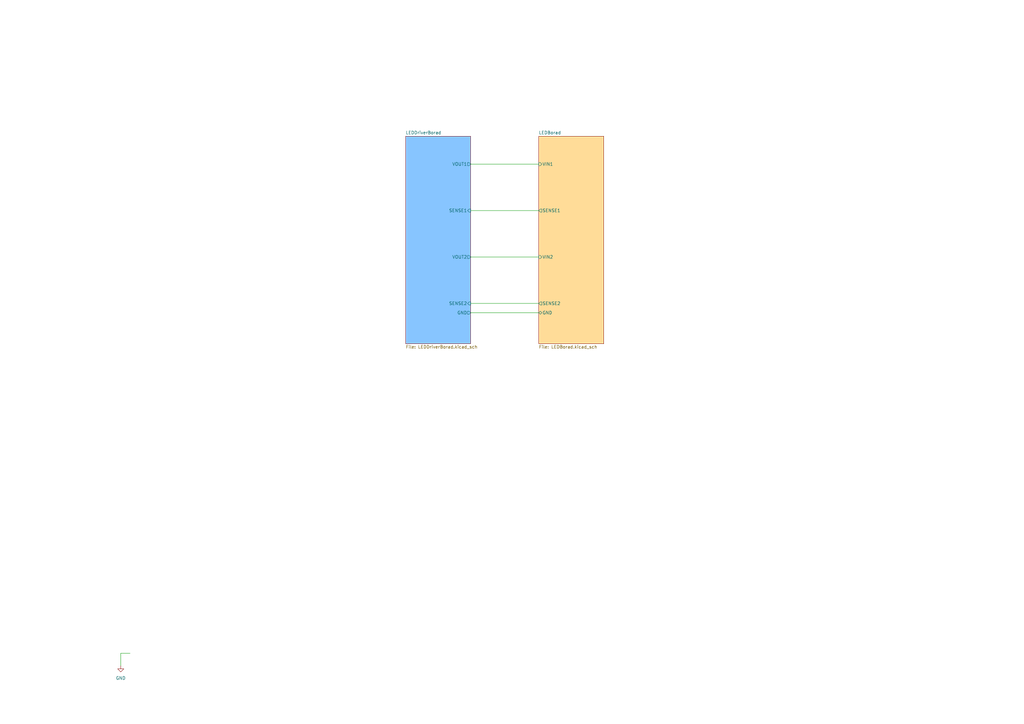
<source format=kicad_sch>
(kicad_sch (version 20211123) (generator eeschema)
  (paper "A3")
  (title_block (title "EmoeLantern") (date "2021-12-18") (rev "Rev 1.0") (company "Emoe Studio") (comment 1 "Copyright @ Floyd-Fish & SuperHost Popo"))
  (lib_symbols
    (symbol "power:GND" (power) (pin_names (offset 0))
      (property "Value" "GND" (at 0 -3.81 0))
      (symbol "GND_0_1"
        (polyline (pts (xy 0 0) (xy 0 -1.27) (xy 1.27 -1.27) (xy 0 -2.54) (xy -1.27 -1.27) (xy 0 -1.27)))
      )
      (symbol "GND_1_1"
        (pin power_in line (at 0 0 270) (length 0) hide (name "GND") (number "1"))
      )
    )
  )
  (wire (pts (xy 193.04 86.36) (xy 220.98 86.36)))
  (wire (pts (xy 49.53 267.97) (xy 53.34 267.97)))
  (wire (pts (xy 193.04 128.27) (xy 220.98 128.27)))
  (wire (pts (xy 193.04 124.46) (xy 220.98 124.46)))
  (wire (pts (xy 193.04 105.41) (xy 220.98 105.41)))
  (wire (pts (xy 193.04 67.31) (xy 220.98 67.31)))
  (wire (pts (xy 49.53 273.05) (xy 49.53 267.97)))
  (symbol (lib_id "power:GND") (at 49.53 273.05 0) (unit 1)
    (property "Reference" "#PWR?" (effects hide))
    (property "Value" "GND" (at 49.53 278.13 0))
  )
  (sheet (at 220.98 55.88) (size 26.67 85.09) (stroke (width 0.1524)) (fill (color 255 220 152 1.0000))
    (property "Sheet name" "LEDBorad" (at 220.98 55.1684 0) (effects (justify left bottom)))
    (property "Sheet file" "LEDBorad.kicad_sch" (at 220.98 141.5546 0) (effects (justify left top)))
    (pin "SENSE1" output (at 220.98 86.36 180))
    (pin "VIN2" input (at 220.98 105.41 180))
    (pin "GND" bidirectional (at 220.98 128.27 180))
    (pin "SENSE2" output (at 220.98 124.46 180))
    (pin "VIN1" input (at 220.98 67.31 180))
  )
  (sheet (at 166.37 55.88) (size 26.67 85.09) (stroke (width 0.1524)) (fill (color 135 197 255 1.0000))
    (property "Sheet name" "LEDDriverBorad" (at 166.37 55.1684 0) (effects (justify left bottom)))
    (property "Sheet file" "LEDDriverBorad.kicad_sch" (at 166.37 141.5546 0) (effects (justify left top)))
    (pin "VOUT1" output (at 193.04 67.31 0))
    (pin "VOUT2" output (at 193.04 105.41 0))
    (pin "SENSE2" input (at 193.04 124.46 0))
    (pin "SENSE1" input (at 193.04 86.36 0))
    (pin "GND" output (at 193.04 128.27 0))
  )
)
</source>
